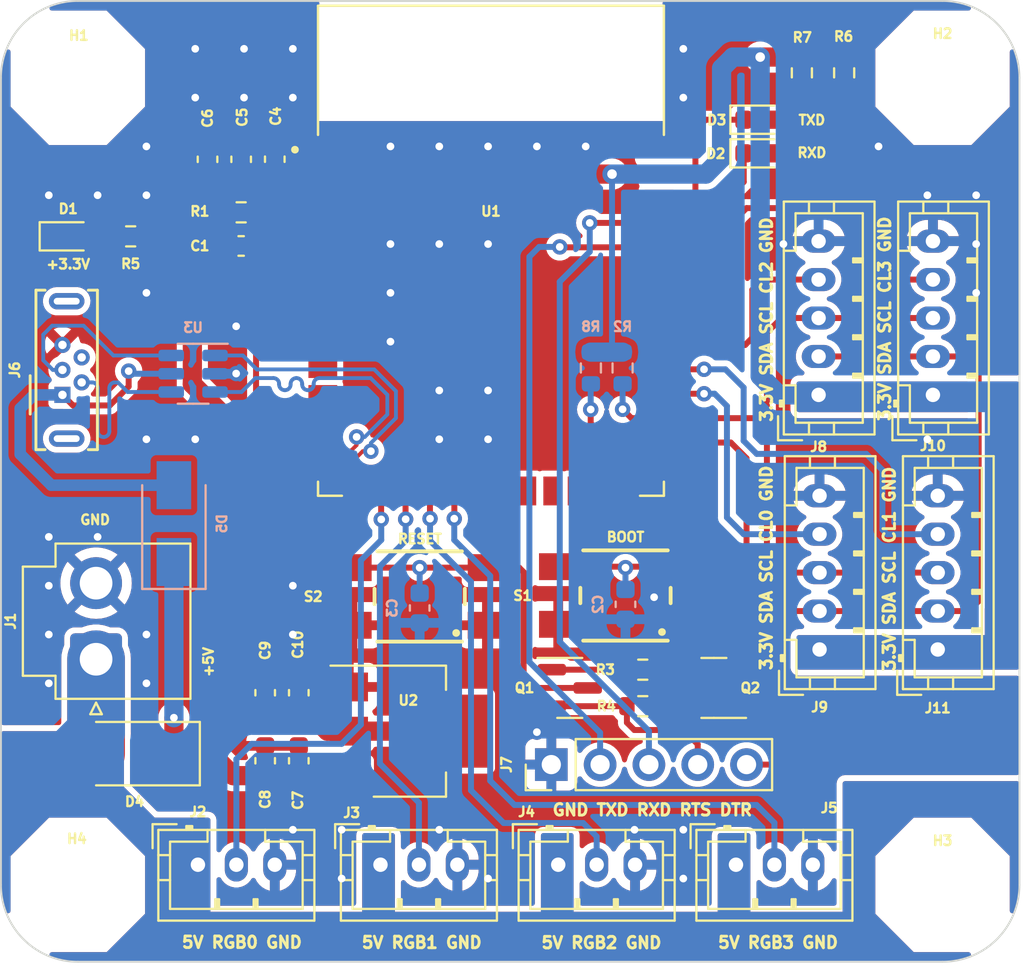
<source format=kicad_pcb>
(kicad_pcb (version 20221018) (generator pcbnew)
  (layers (0 "F.Cu" mixed) (31 "B.Cu" mixed) (34 "B.Paste" user) (35 "F.Paste" user) (36 "B.SilkS" user "B.Silkscreen") (37 "F.SilkS" user "F.Silkscreen") (38 "B.Mask" user) (39 "F.Mask" user) (44 "Edge.Cuts" user))
  (net 0 "")
  (net 1 "EN")
  (net 2 "GND")
  (net 3 "IO0")
  (net 4 "+3.3V")
  (net 5 "VBUS")
  (net 6 "Net-(D1-Pad2)")
  (net 7 "RXD")
  (net 8 "Net-(D2-Pad2)")
  (net 9 "TXD")
  (net 10 "Net-(D3-Pad2)")
  (net 11 "VCC")
  (net 12 "RGB0")
  (net 13 "D+")
  (net 14 "D-")
  (net 15 "RTS")
  (net 16 "DTR")
  (net 17 "SDA")
  (net 18 "SCL")
  (net 19 "CL0")
  (net 20 "CL1")
  (net 21 "CL2")
  (net 22 "CL3")
  (net 23 "Net-(Q1-Pad1)")
  (net 24 "Net-(Q2-Pad1)")
  (net 44 "RGB1")
  (net 45 "RGB2")
  (net 46 "RGB3")
  (net 49 "USB_D-")
  (net 50 "USB_D+")
  (net 51 "/Connector/VBUS_USB")
  (footprint "Capacitor_SMD:C_0603_1608Metric" (layer "F.Cu") (at 128.25 107.04 90)
    (fp_text reference "C8")
    (fp_text value "0.1uF")
  )
  (footprint "Connector_JST:JST_PH_B5B-PH-K_1x05_P2.00mm_Vertical" (layer "F.Cu") (at 163.25 101.25 90)
    (fp_text reference "J11")
    (fp_text value "Conn_01x05")
  )
  (footprint "Resistor_SMD:R_0603_1608Metric" (layer "F.Cu") (at 121.25 79.75 180)
    (fp_text reference "R5")
    (fp_text value "1K")
  )
  (footprint "Connector_JST:JST_PH_B5B-PH-K_1x05_P2.00mm_Vertical" (layer "F.Cu") (at 163 88 90)
    (fp_text reference "J10")
    (fp_text value "Conn_01x05")
  )
  (footprint "MountingHole:MountingHole_3.2mm_M3" (layer "F.Cu") (at 118.5 71.5)
    (fp_text reference "H1")
    (fp_text value "MountingHole")
  )
  (footprint "Capacitor_SMD:C_0603_1608Metric" (layer "F.Cu") (at 130 103.5 90)
    (fp_text reference "C10")
    (fp_text value "0.1uF")
  )
  (footprint "Package_TO_SOT_SMD:SOT-23" (layer "F.Cu") (at 144.1 103.25)
    (fp_text reference "Q1")
    (fp_text value "SI2302")
  )
  (footprint "Connector_JST:JST_PH_B3B-PH-K_1x03_P2.00mm_Vertical" (layer "F.Cu") (at 143.5 112.45)
    (fp_text reference "J4")
    (fp_text value "Conn_01x03")
  )
  (footprint "Connector_PinHeader_2.54mm:PinHeader_1x05_P2.54mm_Vertical" (layer "F.Cu") (at 143.14 107.24 90)
    (fp_text reference "J7")
    (fp_text value "Conn_01x05")
  )
  (footprint "Connector_JST:JST_PH_B5B-PH-K_1x05_P2.00mm_Vertical" (layer "F.Cu") (at 157.1 101.25 90)
    (fp_text reference "J9")
    (fp_text value "Conn_01x05")
  )
  (footprint "Diode_SMD:D_SMA" (layer "F.Cu") (at 121.45 106.67 180)
    (fp_text reference "D4")
    (fp_text value "SS34")
  )
  (footprint "Connector_JST:JST_PH_B3B-PH-K_1x03_P2.00mm_Vertical" (layer "F.Cu") (at 134.25 112.45)
    (fp_text reference "J3")
    (fp_text value "Conn_01x03")
  )
  (footprint "LED_SMD:LED_0603_1608Metric" (layer "F.Cu") (at 118 79.75)
    (fp_text reference "D1")
    (fp_text value "LED")
  )
  (footprint "Connector_JST:JST_PH_B3B-PH-K_1x03_P2.00mm_Vertical" (layer "F.Cu") (at 152.75 112.45)
    (fp_text reference "J5")
    (fp_text value "Conn_01x03")
  )
  (footprint "Capacitor_SMD:C_0603_1608Metric" (layer "F.Cu") (at 127 80.25 180)
    (fp_text reference "C1")
    (fp_text value "1uF")
  )
  (footprint "Resistor_SMD:R_0603_1608Metric" (layer "F.Cu") (at 147.9 102.3)
    (fp_text reference "R3")
    (fp_text value "10K")
  )
  (footprint "Connector_JST:JST_VH_B2P-VH-B_1x02_P3.96mm_Vertical" (layer "F.Cu") (at 119.45 101.7575 90)
    (fp_text reference "J1")
    (fp_text value "Conn_01x02")
  )
  (footprint "Connector_USB:USB_Micro-B_Wuerth_614105150721_Vertical" (layer "F.Cu") (at 117.7 88 90)
    (fp_text reference "J6")
    (fp_text value "USB_B_Micro")
  )
  (footprint "Resistor_SMD:R_0603_1608Metric" (layer "F.Cu") (at 158.38 71.24 -90)
    (fp_text reference "R6")
    (fp_text value "1K")
  )
  (footprint "Capacitor_SMD:C_0603_1608Metric" (layer "F.Cu") (at 125.25 75.74 90)
    (fp_text reference "C6")
    (fp_text value "22uF")
  )
  (footprint "LED_SMD:LED_0603_1608Metric" (layer "F.Cu") (at 153.9425 73.68)
    (fp_text reference "D3")
    (fp_text value "LED")
  )
  (footprint "ESP32-S3:ESP32S3WROOM1N8R8" (layer "F.Cu") (at 140 80.5)
    (fp_text reference "U1")
    (fp_text value "ESP32-S3-WROOM-1-N8R8")
  )
  (footprint "MountingHole:MountingHole_3.2mm_M3" (layer "F.Cu") (at 163.5 71.5)
    (fp_text reference "H2")
    (fp_text value "MountingHole")
  )
  (footprint "Resistor_SMD:R_0603_1608Metric" (layer "F.Cu") (at 127 78.5)
    (fp_text reference "R1")
    (fp_text value "10K")
  )
  (footprint "Capacitor_SMD:C_0603_1608Metric" (layer "F.Cu") (at 130 107.04 90)
    (fp_text reference "C7")
    (fp_text value "10uF")
  )
  (footprint "Resistor_SMD:R_0603_1608Metric" (layer "F.Cu") (at 156.18 71.24 -90)
    (fp_text reference "R7")
    (fp_text value "1K")
  )
  (footprint "Capacitor_SMD:C_0603_1608Metric" (layer "F.Cu") (at 128.75 75.735 90)
    (fp_text reference "C4")
    (fp_text value "0.1uF")
  )
  (footprint "Resistor_SMD:R_0603_1608Metric" (layer "F.Cu") (at 147.9 104.2 180)
    (fp_text reference "R4")
    (fp_text value "10K")
  )
  (footprint "Custom_Buttons:430181038816" (layer "F.Cu") (at 136.29 98.49 180)
    (property "VALUE" "")
    (fp_text reference "S2")
    (fp_text value "4x4mm_Switch")
  )
  (footprint "LED_SMD:LED_0603_1608Metric" (layer "F.Cu") (at 153.9425 75.43)
    (fp_text reference "D2")
    (fp_text value "LED")
  )
  (footprint "MountingHole:MountingHole_3.2mm_M3" (layer "F.Cu") (at 118.5 113.5)
    (fp_text reference "H4")
    (fp_text value "MountingHole")
  )
  (footprint "Connector_JST:JST_PH_B3B-PH-K_1x03_P2.00mm_Vertical" (layer "F.Cu") (at 124.75 112.45)
    (fp_text reference "J2")
    (fp_text value "Conn_01x03")
  )
  (footprint "Custom_Buttons:430181038816" (layer "F.Cu") (at 147 98.44 180)
    (property "VALUE" "")
    (fp_text reference "S1")
    (fp_text value "4x4mm_Switch")
  )
  (footprint "Capacitor_SMD:C_0603_1608Metric" (layer "F.Cu") (at 127 75.74 90)
    (fp_text reference "C5")
    (fp_text value "0.1uF")
  )
  (footprint "Package_TO_SOT_SMD:SOT-23" (layer "F.Cu") (at 151.6 103.25 180)
    (fp_text reference "Q2")
    (fp_text value "SI2302")
  )
  (footprint "Capacitor_SMD:C_0603_1608Metric" (layer "F.Cu") (at 128.25 103.5 90)
    (fp_text reference "C9")
    (fp_text value "10uF")
  )
  (footprint "MountingHole:MountingHole_3.2mm_M3" (layer "F.Cu") (at 163.5 113.5)
    (fp_text reference "H3")
    (fp_text value "MountingHole")
  )
  (footprint "Connector_JST:JST_PH_B5B-PH-K_1x05_P2.00mm_Vertical" (layer "F.Cu") (at 157.05 88 90)
    (fp_text reference "J8")
    (fp_text value "Conn_01x05")
  )
  (footprint "Package_TO_SOT_SMD:SOT-223-3_TabPin2" (layer "F.Cu") (at 135.75 105.5)
    (fp_text reference "U2")
    (fp_text value "AMS1117-3.3")
  )
  (footprint "Resistor_SMD:R_0603_1608Metric" (layer "B.Cu") (at 146.85 86.6 -90)
    (fp_text reference "R2")
    (fp_text value "10K")
  )
  (footprint "Package_TO_SOT_SMD:SOT-23-6" (layer "B.Cu") (at 124.5 86.9 180)
    (fp_text reference "U3")
    (fp_text value "USBLC6-2SC6")
  )
  (footprint "Capacitor_SMD:C_0603_1608Metric" (layer "B.Cu") (at 147 98.9 -90)
    (fp_text reference "C2")
    (fp_text value "0.1uF")
  )
  (footprint "Resistor_SMD:R_0603_1608Metric" (layer "B.Cu") (at 145.2 86.6 -90)
    (fp_text reference "R8")
    (fp_text value "10K")
  )
  (footprint "Capacitor_SMD:C_0603_1608Metric" (layer "B.Cu") (at 136.29 99.09 -90)
    (fp_text reference "C3")
    (fp_text value "0.1uF")
  )
  (footprint "Diode_SMD:D_SMA" (layer "B.Cu") (at 123.5 94.7 90)
    (fp_text reference "D5")
    (fp_text value "SS34")
  )
  (gr_arc (start 118.5 117.5) (mid 115.671573 116.328427) (end 114.5 113.5) (stroke (width 0.1)) (layer "Edge.Cuts"))
  (gr_arc (start 114.5 71.5) (mid 115.671573 68.671573) (end 118.5 67.5) (stroke (width 0.1)) (layer "Edge.Cuts"))
  (gr_line (start 114.5 113.5) (end 114.5 71.5) (stroke (width 0.1)) (layer "Edge.Cuts"))
  (gr_line (start 118.5 67.5) (end 163.5 67.5) (stroke (width 0.1)) (layer "Edge.Cuts"))
  (gr_arc (start 167.5 113.5) (mid 166.328427 116.328427) (end 163.5 117.5) (stroke (width 0.1)) (layer "Edge.Cuts"))
  (gr_line (start 167.5 71.5) (end 167.5 113.5) (stroke (width 0.1)) (layer "Edge.Cuts"))
  (gr_arc (start 163.5 67.5) (mid 166.328427 68.671573) (end 167.5 71.5) (stroke (width 0.1)) (layer "Edge.Cuts"))
  (gr_line (start 163.5 117.5) (end 118.5 117.5) (stroke (width 0.1)) (layer "Edge.Cuts"))
  (gr_text "GND TXD RXD RTS DTR" (at 148.4 109.6) (layer "F.SilkS") (effects (font (size 0.6 0.6))))
  (gr_text "GND" (at 119.4 94.5) (layer "F.SilkS") (effects (font (size 0.5 0.5) (thickness 0.125))))
  (gr_text "+5V" (at 125.3 101.9 90) (layer "F.SilkS") (effects (font (size 0.5 0.5) (thickness 0.125))))
  (gr_text "5V RGB2 GND" (at 145.75 116.51) (layer "F.SilkS") (effects (font (size 0.6 0.6))))
  (gr_text "5V RGB1 GND" (at 136.4 116.5) (layer "F.SilkS") (effects (font (size 0.6 0.6))))
  (gr_text "3.3V SDA SCL CL1 GND" (at 160.73 97.06 90) (layer "F.SilkS") (effects (font (size 0.6 0.6))))
  (gr_text "TXD" (at 156.7 73.7) (layer "F.SilkS") (effects (font (size 0.5 0.5) (thickness 0.125))))
  (gr_text "BOOT" (at 147 95.4) (layer "F.SilkS") (effects (font (size 0.5 0.5) (thickness 0.125))))
  (gr_text "3.3V SDA SCL CL2 GND" (at 154.34 84.08 90) (layer "F.SilkS") (effects (font (size 0.6 0.6))))
  (gr_text "3.3V SDA SCL CL0 GND" (at 154.33 97 90) (layer "F.SilkS") (effects (font (size 0.6 0.6))))
  (gr_text "+3.3V" (at 118 81.2) (layer "F.SilkS") (effects (font (size 0.5 0.5) (thickness 0.125))))
  (gr_text "5V RGB0 GND" (at 127.04 116.49) (layer "F.SilkS") (effects (font (size 0.6 0.6))))
  (gr_text "RESET" (at 136.3 95.5) (layer "F.SilkS") (effects (font (size 0.5 0.5) (thickness 0.125))))
  (gr_text "5V RGB3 GND" (at 154.94 116.5) (layer "F.SilkS") (effects (font (size 0.6 0.6))))
  (gr_text "RXD" (at 156.7 75.4) (layer "F.SilkS") (effects (font (size 0.5 0.5) (thickness 0.125))))
  (gr_text "3.3V SDA SCL CL3 GND" (at 160.49 84.04 90) (layer "F.SilkS") (effects (font (size 0.6 0.6))))
  (segment (start 141.7 97.22) (end 141.47 96.99) (width 0.31) (layer "F.Cu") (net 1))
  (segment (start 127.775 78.55) (end 127.825 78.5) (width 0.31) (layer "F.Cu") (net 1))
  (segment (start 141.47 96.99) (end 139.79 96.99) (width 0.31) (layer "F.Cu") (net 1))
  (segment (start 142.15 103.25) (end 141.7 102.8) (width 0.31) (layer "F.Cu") (net 1))
  (segment (start 132.79 96.99) (end 139.79 96.99) (width 0.31) (layer "F.Cu") (net 1))
  (segment (start 141.7 102.8) (end 141.7 97.22) (width 0.31) (layer "F.Cu") (net 1))
  (segment (start 127.775 80.25) (end 127.775 78.55) (width 0.31) (layer "F.Cu") (net 1))
  (segment (start 128.79 96.99) (end 132.79 96.99) (width 0.31) (layer "F.Cu") (net 1))
  (segment (start 129.5 77.78) (end 131.25 77.78) (width 0.31) (layer "F.Cu") (net 1))
  (segment (start 145.0375 103.25) (end 142.15 103.25) (width 0.31) (layer "F.Cu") (net 1))
  (segment (start 128.78 78.5) (end 129.5 77.78) (width 0.31) (layer "F.Cu") (net 1))
  (segment (start 127.775 95.975) (end 128.79 96.99) (width 0.31) (layer "F.Cu") (net 1))
  (segment (start 127.775 80.25) (end 127.775 95.975) (width 0.31) (layer "F.Cu") (net 1))
  (segment (start 127.825 78.5) (end 128.78 78.5) (width 0.31) (layer "F.Cu") (net 1))
  (via (at 136.29 96.99) (size 0.8) (drill 0.4) (layers "F.Cu" "B.Cu") (net 1))
  (segment (start 136.29 96.99) (end 136.29 98.315) (width 0.31) (layer "B.Cu") (net 1))
  (segment (start 126.74 84.43) (end 126.74 86.89) (width 0.31) (layer "F.Cu") (net 2))
  (via (at 124.61 72.53) (size 0.8) (drill 0.4) (layers "F.Cu" "B.Cu") (net 2))
  (via (at 139.85 80.15) (size 0.8) (drill 0.4) (layers "F.Cu" "B.Cu") (net 2))
  (via (at 116.99 97.93) (size 0.8) (drill 0.4) (layers "F.Cu" "B.Cu") (net 2))
  (via (at 122.07 77.61) (size 0.8) (drill 0.4) (layers "F.Cu" "B.Cu") (net 2))
  (via (at 126.74 86.89) (size 0.8) (drill 0.4) (layers "F.Cu" "B.Cu") (net 2))
  (via (at 147.47 110.63) (size 0.8) (drill 0.4) (layers "F.Cu" "B.Cu") (net 2))
  (via (at 139.85 90.31) (size 0.8) (drill 0.4) (layers "F.Cu" "B.Cu") (net 2))
  (via (at 144.93 75.07) (size 0.8) (drill 0.4) (layers "F.Cu" "B.Cu") (net 2))
  (via (at 116.99 77.61) (size 0.8) (drill 0.4) (layers "F.Cu" "B.Cu") (net 2))
  (via (at 150.01 69.99) (size 0.8) (drill 0.4) (layers "F.Cu" "B.Cu") (net 2))
  (via (at 165.25 82.69) (size 0.8) (drill 0.4) (layers "F.Cu" "B.Cu") (net 2))
  (via (at 162.71 90.31) (size 0.8) (drill 0.4) (layers "F.Cu" "B.Cu") (net 2))
  (via (at 126.74 84.43) (size 0.8) (drill 0.4) (layers "F.Cu" "B.Cu") (net 2))
  (via (at 122.07 75.07) (size 0.8) (drill 0.4) (layers "F.Cu" "B.Cu") (net 2))
  (via (at 116.99 100.47) (size 0.8) (drill 0.4) (layers "F.Cu" "B.Cu") (net 2))
  (via (at 165.25 77.61) (size 0.8) (drill 0.4) (layers "F.Cu" "B.Cu") (net 2))
  (via (at 116.99 95.39) (size 0.8) (drill 0.4) (layers "F.Cu" "B.Cu") (net 2))
  (via (at 127.15 72.53) (size 0.8) (drill 0.4) (layers "F.Cu" "B.Cu") (net 2))
  (via (at 137.31 90.31) (size 0.8) (drill 0.4) (layers "F.Cu" "B.Cu") (net 2))
  (via (at 148.49 98.53) (size 0.8) (drill 0.4) (layers "F.Cu" "B.Cu") (net 2))
  (via (at 116.99 103.01) (size 0.8) (drill 0.4) (layers "F.Cu" "B.Cu") (net 2))
  (via (at 132.23 110.63) (size 0.8) (drill 0.4) (layers "F.Cu" "B.Cu") (net 2))
  (via (at 122.07 90.31) (size 0.8) (drill 0.4) (layers "F.Cu" "B.Cu") (net 2))
  (via (at 119.53 77.61) (size 0.8) (drill 0.4) (layers "F.Cu" "B.Cu") (net 2))
  (via (at 137.31 80.15) (size 0.8) (drill 0.4) (layers "F.Cu" "B.Cu") (net 2))
  (via (at 132.23 113.17) (size 0.8) (drill 0.4) (layers "F.Cu" "B.Cu") (net 2))
  (via (at 139.85 113.17) (size 0.8) (drill 0.4) (layers "F.Cu" "B.Cu") (net 2))
  (via (at 129.69 110.63) (size 0.8) (drill 0.4) (layers "F.Cu" "B.Cu") (net 2))
  (via (at 119.53 95.39) (size 0.8) (drill 0.4) (layers "F.Cu" "B.Cu") (net 2))
  (via (at 137.31 75.07) (size 0.8) (drill 0.4) (layers "F.Cu" "B.Cu") (net 2))
  (via (at 124.61 90.31) (size 0.8) (drill 0.4) (layers "F.Cu" "B.Cu") (net 2))
  (via (at 134.77 85.23) (size 0.8) (drill 0.4) (layers "F.Cu" "B.Cu") (net 2))
  (via (at 139.85 75.07) (size 0.8) (drill 0.4) (layers "F.Cu" "B.Cu") (net 2))
  (via (at 129.69 69.99) (size 0.8) (drill 0.4) (layers "F.Cu" "B.Cu") (net 2))
  (via (at 162.71 77.61) (size 0.8) (drill 0.4) (layers "F.Cu" "B.Cu") (net 2))
  (via (at 124.61 69.99) (size 0.8) (drill 0.4) (layers "F.Cu" "B.Cu") (net 2))
  (via (at 150.01 110.63) (size 0.8) (drill 0.4) (layers "F.Cu" "B.Cu") (net 2))
  (via (at 160.17 75.07) (size 0.8) (drill 0.4) (layers "F.Cu" "B.Cu") (net 2))
  (via (at 142.39 75.07) (size 0.8) (drill 0.4) (layers "F.Cu" "B.Cu") (net 2))
  (via (at 155.2195 80.15) (size 0.8) (drill 0.4) (layers "F.Cu" "B.Cu") (net 2))
  (via (at 150.01 72.53) (size 0.8) (drill 0.4) (layers "F.Cu" "B.Cu") (net 2))
  (via (at 122.07 100.47) (size 0.8) (drill 0.4) (layers "F.Cu" "B.Cu") (net 2))
  (via (at 165.25 80.15) (size 0.8) (drill 0.4) (layers "F.Cu" "B.Cu") (net 2))
  (via (at 134.77 82.69) (size 0.8) (drill 0.4) (layers "F.Cu" "B.Cu") (net 2))
  (via (at 137.31 87.77) (size 0.8) (drill 0.4) (layers "F.Cu" "B.Cu") (net 2))
  (via (at 142.39 105.55) (size 0.8) (drill 0.4) (layers "F.Cu" "B.Cu") (net 2))
  (via (at 127.15 69.99) (size 0.8) (drill 0.4) (layers "F.Cu" "B.Cu") (net 2))
  (via (at 134.77 75.07) (size 0.8) (drill 0.4) (layers "F.Cu" "B.Cu") (net 2))
  (via (at 129.69 72.53) (size 0.8) (drill 0.4) (layers "F.Cu" "B.Cu") (net 2))
  (via (at 129.69 97.93) (size 0.8) (drill 0.4) (layers "F.Cu" "B.Cu") (net 2))
  (via (at 137.31 110.63) (size 0.8) (drill 0.4) (layers "F.Cu" "B.Cu") (net 2))
  (via (at 150.01 113.17) (size 0.8) (drill 0.4) (layers "F.Cu" "B.Cu") (net 2))
  (via (at 122.07 103.01) (size 0.8) (drill 0.4) (layers "F.Cu" "B.Cu") (net 2))
  (via (at 134.77 80.15) (size 0.8) (drill 0.4) (layers "F.Cu" "B.Cu") (net 2))
  (via (at 139.85 87.77) (size 0.8) (drill 0.4) (layers "F.Cu" "B.Cu") (net 2))
  (via (at 129.69 100.47) (size 0.8) (drill 0.4) (layers "F.Cu" "B.Cu") (net 2))
  (via (at 122.07 82.69) (size 0.8) (drill 0.4) (layers "F.Cu" "B.Cu") (net 2))
  (segment (start 126.73 86.9) (end 126.74 86.89) (width 0.31) (layer "B.Cu") (net 2))
  (segment (start 125.6375 86.9) (end 126.73 86.9) (width 0.31) (layer "B.Cu") (net 2))
  (segment (start 150.5 94.89) (end 150.5 96.94) (width 0.31) (layer "F.Cu") (net 3))
  (segment (start 148.75 93.14) (end 150.5 94.89) (width 0.31) (layer "F.Cu") (net 3))
  (segment (start 152.4 97.3) (end 152.4 102.1625) (width 0.31) (layer "F.Cu") (net 3))
  (segment (start 148.75 91.75) (end 148.75 93.14) (width 0.31) (layer "F.Cu") (net 3))
  (segment (start 150.5 96.94) (end 152.04 96.94) (width 0.31) (layer "F.Cu") (net 3))
  (segment (start 143.5 96.94) (end 150.5 96.94) (width 0.31) (layer "F.Cu") (net 3))
  (segment (start 152.04 96.94) (end 152.4 97.3) (width 0.31) (layer "F.Cu") (net 3))
  (via (at 147 96.99) (size 0.8) (drill 0.4) (layers "F.Cu" "B.Cu") (net 3))
  (segment (start 147 96.99) (end 147 98.125) (width 0.31) (layer "B.Cu") (net 3))
  (segment (start 127.005 76.51) (end 127 76.515) (width 1) (layer "F.Cu") (net 4))
  (segment (start 128.75 76.51) (end 127.005 76.51) (width 1) (layer "F.Cu") (net 4))
  (segment (start 130.265 104.275) (end 131.49 105.5) (width 1) (layer "F.Cu") (net 4))
  (segment (start 124.17 79.75) (end 124.46 80.04) (width 1) (layer "F.Cu") (net 4))
  (segment (start 131.25 76.51) (end 128.75 76.51) (width 1) (layer "F.Cu") (net 4))
  (segment (start 124.46 79.14) (end 124.46 80.04) (width 1) (layer "F.Cu") (net 4))
  (segment (start 128.245 104.27) (end 128.25 104.275) (width 1) (layer "F.Cu") (net 4))
  (segment (start 126.175 76.725) (end 126.385 76.515) (width 1) (layer "F.Cu") (net 4))
  (segment (start 124.46 87.44) (end 126.14 89.12) (width 1) (layer "F.Cu") (net 4))
  (segment (start 126.175 78.5) (end 126.175 76.725) (width 1) (layer "F.Cu") (net 4))
  (segment (start 130 104.275) (end 130.265 104.275) (width 1) (layer "F.Cu") (net 4))
  (segment (start 124.46 80.04) (end 124.46 87.44) (width 1) (layer "F.Cu") (net 4))
  (segment (start 126.175 78.5) (end 125.1 78.5) (width 1) (layer "F.Cu") (net 4))
  (segment (start 131.25 76.51) (end 146.3 76.51) (width 1) (layer "F.Cu") (net 4))
  (segment (start 126.14 103.49) (end 126.92 104.27) (width 1) (layer "F.Cu") (net 4))
  (segment (start 156.18 70.415) (end 158.38 70.415) (width 1) (layer "F.Cu") (net 4))
  (segment (start 132.6 105.5) (end 138.9 105.5) (width 1) (layer "F.Cu") (net 4))
  (segment (start 126.92 104.27) (end 128.245 104.27) (width 1) (layer "F.Cu") (net 4))
  (segment (start 126.385 76.515) (end 125.25 76.515) (width 1) (layer "F.Cu") (net 4))
  (segment (start 131.49 105.5) (end 132.6 105.5) (width 1) (layer "F.Cu") (net 4))
  (segment (start 130 104.275) (end 128.25 104.275) (width 1) (layer "F.Cu") (net 4))
  (segment (start 126.14 89.12) (end 126.14 103.49) (width 1) (layer "F.Cu") (net 4))
  (segment (start 122.075 79.75) (end 124.17 79.75) (width 1) (layer "F.Cu") (net 4))
  (segment (start 154.01 70.42) (end 156.175 70.42) (width 1) (layer "F.Cu") (net 4))
  (segment (start 125.1 78.5) (end 124.46 79.14) (width 1) (layer "F.Cu") (net 4))
  (segment (start 156.175 70.42) (end 156.18 70.415) (width 1) (layer "F.Cu") (net 4))
  (segment (start 127 76.515) (end 126.385 76.515) (width 1) (layer "F.Cu") (net 4))
  (via (at 154.01 70.42) (size 1) (drill 0.5) (layers "F.Cu" "B.Cu") (net 4))
  (via (at 146.3 76.51) (size 1) (drill 0.5) (layers "F.Cu" "B.Cu") (net 4))
  (segment (start 146.3 76.51) (end 151.18 76.51) (width 1) (layer "B.Cu") (net 4))
  (segment (start 154.99 88) (end 154.01 87.02) (width 1) (layer "B.Cu") (net 4))
  (segment (start 146.065 85.775) (end 146.3 85.54) (width 0.31) (layer "B.Cu") (net 4))
  (segment (start 157.05 88) (end 154.99 88) (width 1) (layer "B.Cu") (net 4))
  (segment (start 152 75.69) (end 152 71.01) (width 1) (layer "B.Cu") (net 4))
  (segment (start 154.01 87.02) (end 154.01 70.42) (width 1) (layer "B.Cu") (net 4))
  (segment (start 151.18 76.51) (end 152 75.69) (width 1) (layer "B.Cu") (net 4))
  (segment (start 146.3 85.54) (end 146.3 76.51) (width 0.31) (layer "B.Cu") (net 4))
  (segment (start 152 71.01) (end 152.59 70.42) (width 1) (layer "B.Cu") (net 4))
  (segment (start 146.065 85.775) (end 145.2 85.775) (width 1) (layer "B.Cu") (net 4))
  (segment (start 146.85 85.775) (end 146.065 85.775) (width 1) (layer "B.Cu") (net 4))
  (segment (start 152.59 70.42) (end 154.01 70.42) (width 1) (layer "B.Cu") (net 4))
  (segment (start 126.585 107.815) (end 128.25 107.815) (width 1) (layer "F.Cu") (net 5))
  (segment (start 123.45 106.67) (end 125.44 106.67) (width 1) (layer "F.Cu") (net 5))
  (segment (start 130 107.815) (end 132.585 107.815) (width 1) (layer "F.Cu") (net 5))
  (segment (start 132.585 107.815) (end 132.6 107.8) (width 1) (layer "F.Cu") (net 5))
  (segment (start 128.25 107.815) (end 130 107.815) (width 1) (layer "F.Cu") (net 5))
  (segment (start 123.5 104.8) (end 123.5 106.62) (width 1) (layer "F.Cu") (net 5))
  (segment (start 123.5 106.62) (end 123.45 106.67) (width 1) (layer "F.Cu") (net 5))
  (segment (start 125.44 106.67) (end 126.585 107.815) (width 1) (layer "F.Cu") (net 5))
  (via (at 123.5 104.8) (size 0.8) (drill 0.4) (layers "F.Cu" "B.Cu") (net 5))
  (segment (start 123.5 96.7) (end 123.5 104.8) (width 1) (layer "B.Cu") (net 5))
  (segment (start 118.7875 79.75) (end 120.425 79.75) (width 0.31) (layer "F.Cu") (net 6))
  (segment (start 150.06 79.05) (end 150.64 78.47) (width 0.31) (layer "F.Cu") (net 7))
  (segment (start 151.17 73.68) (end 153.155 73.68) (width 0.31) (layer "F.Cu") (net 7))
  (segment (start 148.75 79.05) (end 150.06 79.05) (width 0.31) (layer "F.Cu") (net 7))
  (segment (start 150.64 78.47) (end 150.64 74.21) (width 0.31) (layer "F.Cu") (net 7))
  (segment (start 148.75 79.05) (end 145.14 79.05) (width 0.31) (layer "F.Cu") (net 7))
  (segment (start 150.64 74.21) (end 151.17 73.68) (width 0.31) (layer "F.Cu") (net 7))
  (via (at 145.14 79.05) (size 0.8) (drill 0.4) (layers "F.Cu" "B.Cu") (net 7))
  (segment (start 143.58 82.11) (end 143.58 100.85) (width 0.31) (layer "B.Cu") (net 7))
  (segment (start 145.14 79.05) (end 145.14 80.55) (width 0.31) (layer "B.Cu") (net 7))
  (segment (start 148.22 105.49) (end 148.22 107.24) (width 0.31) (layer "B.Cu") (net 7))
  (segment (start 143.58 100.85) (end 148.22 105.49) (width 0.31) (layer "B.Cu") (net 7))
  (segment (start 145.14 80.55) (end 143.58 82.11) (width 0.31) (layer "B.Cu") (net 7))
  (segment (start 154.73 75.43) (end 157.37 75.43) (width 0.31) (layer "F.Cu") (net 8))
  (segment (start 157.37 75.43) (end 158.38 74.42) (width 0.31) (layer "F.Cu") (net 8))
  (segment (start 158.38 74.42) (end 158.38 72.065) (width 0.31) (layer "F.Cu") (net 8))
  (segment (start 148.75 80.32) (end 151.2 80.32) (width 0.31) (layer "F.Cu") (net 9))
  (segment (start 151.54 79.98) (end 151.54 78.53) (width 0.31) (layer "F.Cu") (net 9))
  (segment (start 143.58 80.3) (end 143.6 80.32) (width 0.31) (layer "F.Cu") (net 9))
  (segment (start 151.54 78.53) (end 153.155 76.915) (width 0.31) (layer "F.Cu") (net 9))
  (segment (start 151.2 80.32) (end 151.54 79.98) (width 0.31) (layer "F.Cu") (net 9))
  (segment (start 153.155 76.915) (end 153.155 75.43) (width 0.31) (layer "F.Cu") (net 9))
  (segment (start 143.6 80.32) (end 148.75 80.32) (width 0.31) (layer "F.Cu") (net 9))
  (via (at 143.58 80.3) (size 0.8) (drill 0.4) (layers "F.Cu" "B.Cu") (net 9))
  (segment (start 142.51 80.3) (end 142 80.81) (width 0.31) (layer "B.Cu") (net 9))
  (segment (start 145.68 105.58) (end 145.68 107.24) (width 0.31) (layer "B.Cu") (net 9))
  (segment (start 142 80.81) (end 142 101.9) (width 0.31) (layer "B.Cu") (net 9))
  (segment (start 143.58 80.3) (end 142.51 80.3) (width 0.31) (layer "B.Cu") (net 9))
  (segment (start 142 101.9) (end 145.68 105.58) (width 0.31) (layer "B.Cu") (net 9))
  (segment (start 155.81 73.68) (end 156.18 73.31) (width 0.31) (layer "F.Cu") (net 10))
  (segment (start 156.18 73.31) (end 156.18 72.065) (width 0.31) (layer "F.Cu") (net 10))
  (segment (start 154.73 73.68) (end 155.81 73.68) (width 0.31) (layer "F.Cu") (net 10))
  (segment (start 119.45 101.7575) (end 119.45 106.67) (width 3) (layer "F.Cu") (net 11))
  (segment (start 119.45 105.55) (end 117 108) (width 3) (layer "B.Cu") (net 11))
  (segment (start 119.45 101.7575) (end 119.45 105.55) (width 3) (layer "B.Cu") (net 11))
  (segment (start 134.285 93) (end 134.285 94.475) (width 0.31) (layer "F.Cu") (net 12))
  (segment (start 134.285 94.475) (end 134.29 94.48) (width 0.31) (layer "F.Cu") (net 12))
  (via (at 134.29 94.48) (size 0.8) (drill 0.4) (layers "F.Cu" "B.Cu") (net 12))
  (segment (start 133.23 96.61) (end 133.23 105.16) (width 0.31) (layer "B.Cu") (net 12))
  (segment (start 134.29 94.48) (end 134.29 95.55) (width 0.31) (layer "B.Cu") (net 12))
  (segment (start 133.23 105.16) (end 132.23 106.16) (width 0.31) (layer "B.Cu") (net 12))
  (segment (start 127.55 106.16) (end 126.75 106.96) (width 0.31) (layer "B.Cu") (net 12))
  (segment (start 134.29 95.55) (end 133.23 96.61) (width 0.31) (layer "B.Cu") (net 12))
  (segment (start 132.23 106.16) (end 127.55 106.16) (width 0.31) (layer "B.Cu") (net 12))
  (segment (start 126.75 106.96) (end 126.75 112.45) (width 0.31) (layer "B.Cu") (net 12))
  (segment (start 117.2 86.7) (end 116.7 86.2) (width 0.2) (layer "B.Cu") (net 13))
  (segment (start 120.35 85.95) (end 123.3625 85.95) (width 0.2) (layer "B.Cu") (net 13))
  (segment (start 118.8 84.4) (end 120.35 85.95) (width 0.2) (layer "B.Cu") (net 13))
  (segment (start 117.7 86.7) (end 117.2 86.7) (width 0.2) (layer "B.Cu") (net 13))
  (segment (start 117.163101 84.4) (end 118.8 84.4) (width 0.2) (layer "B.Cu") (net 13))
  (segment (start 116.7 86.2) (end 116.7 84.863101) (width 0.2) (layer "B.Cu") (net 13))
  (segment (start 116.7 84.863101) (end 117.163101 84.4) (width 0.2) (layer "B.Cu") (net 13))
  (segment (start 119.54 87.65) (end 119.54 89.8929) (width 0.2) (layer "B.Cu") (net 14))
  (segment (start 118.7 87.35) (end 119.24 87.35) (width 0.2) (layer "B.Cu") (net 14))
  (segment (start 120.3809 87.352882) (end 120.592882 87.352882) (width 0.2) (layer "B.Cu") (net 14))
  (segment (start 120.592882 87.352882) (end 121.09 87.85) (width 0.2) (layer "B.Cu") (net 14))
  (segment (start 120.14 89.8929) (end 120.14 87.65) (width 0.2) (layer "B.Cu") (net 14))
  (segment (start 121.09 87.85) (end 123.3625 87.85) (width 0.2) (layer "B.Cu") (net 14))
  (arc (start 119.84 90.1929) (mid 120.052132 90.105032) (end 120.14 89.8929) (width 0.2) (layer "B.Cu") (net 14))
  (arc (start 120.14 87.65) (mid 120.208097 87.459682) (end 120.3809 87.352882) (width 0.2) (layer "B.Cu") (net 14))
  (arc (start 119.24 87.35) (mid 119.452132 87.437868) (end 119.54 87.65) (width 0.2) (layer "B.Cu") (net 14))
  (arc (start 119.54 89.8929) (mid 119.627868 90.105032) (end 119.84 90.1929) (width 0.2) (layer "B.Cu") (net 14))
  (segment (start 150.02 105.44) (end 150.76 106.18) (width 0.31) (layer "F.Cu") (net 15))
  (segment (start 147.075 105.055) (end 147.46 105.44) (width 0.31) (layer "F.Cu") (net 15))
  (segment (start 147.075 104.2) (end 147.075 105.055) (width 0.31) (layer "F.Cu") (net 15))
  (segment (start 147.46 105.44) (end 150.02 105.44) (width 0.31) (layer "F.Cu") (net 15))
  (segment (start 143.1625 104.2) (end 147.075 104.2) (width 0.31) (layer "F.Cu") (net 15))
  (segment (start 150.76 106.18) (end 150.76 107.24) (width 0.31) (layer "F.Cu") (net 15))
  (segment (start 155 104) (end 155 106.9) (width 0.31) (layer "F.Cu") (net 16))
  (segment (start 154.66 107.24) (end 153.3 107.24) (width 0.31) (layer "F.Cu") (net 16))
  (segment (start 150.2 102.3) (end 150.6625 102.7625) (width 0.31) (layer "F.Cu") (net 16))
  (segment (start 150.6625 103.25) (end 154.25 103.25) (width 0.31) (layer "F.Cu") (net 16))
  (segment (start 148.725 102.3) (end 150.2 102.3) (width 0.31) (layer "F.Cu") (net 16))
  (segment (start 154.25 103.25) (end 155 104) (width 0.31) (layer "F.Cu") (net 16))
  (segment (start 150.6625 102.7625) (end 150.6625 103.25) (width 0.31) (layer "F.Cu") (net 16))
  (segment (start 155 106.9) (end 154.66 107.24) (width 0.31) (layer "F.Cu") (net 16))
  (segment (start 164.8 86) (end 165.38 86.58) (width 0.31) (layer "F.Cu") (net 17))
  (segment (start 153.3 91.3) (end 152.48 90.48) (width 0.31) (layer "F.Cu") (net 17))
  (segment (start 165.38 98.73) (end 164.86 99.25) (width 0.31) (layer "F.Cu") (net 17))
  (segment (start 152.48 90.48) (end 148.75 90.48) (width 0.31) (layer "F.Cu") (net 17))
  (segment (start 154.35 99.25) (end 153.3 98.2) (width 0.31) (layer "F.Cu") (net 17))
  (segment (start 148.75 90.48) (end 146.18 90.48) (width 0.31) (layer "F.Cu") (net 17))
  (segment (start 164.86 99.25) (end 163.25 99.25) (width 0.31) (layer "F.Cu") (net 17))
  (segment (start 163 86) (end 164.8 86) (width 0.31) (layer "F.Cu") (net 17))
  (segment (start 163 86) (end 157.05 86) (width 0.31) (layer "F.Cu") (net 17))
  (segment (start 146.18 90.48) (end 145.27 89.57) (width 0.31) (layer "F.Cu") (net 17))
  (segment (start 145.19 89.49) (end 145.19 88.76) (width 0.31) (layer "F.Cu") (net 17))
  (segment (start 145.27 89.57) (end 145.19 89.49) (width 0.31) (layer "F.Cu") (net 17))
  (segment (start 157.1 99.25) (end 154.35 99.25) (width 0.31) (layer "F.Cu") (net 17))
  (segment (start 157.1 99.25) (end 163.25 99.25) (width 0.31) (layer "F.Cu") (net 17))
  (segment (start 153.3 98.2) (end 153.3 91.3) (width 0.31) (layer "F.Cu") (net 17))
  (segment (start 165.38 86.58) (end 165.38 98.73) (width 0.31) (layer "F.Cu") (net 17))
  (via (at 145.19 88.76) (size 0.8) (drill 0.4) (layers "F.Cu" "B.Cu") (net 17))
  (segment (start 145.19 88.76) (end 145.19 87.435) (width 0.31) (layer "B.Cu") (net 17))
  (segment (start 145.19 87.435) (end 145.2 87.425) (width 0.31) (layer "B.Cu") (net 17))
  (segment (start 148.75 89.21) (end 154.36 89.21) (width 0.31) (layer "F.Cu") (net 18))
  (segment (start 163 84) (end 157.05 84) (width 0.31) (layer "F.Cu") (net 18))
  (segment (start 147.31 89.21) (end 148.75 89.21) (width 0.31) (layer "F.Cu") (net 18))
  (segment (start 154.85 97.25) (end 157.1 97.25) (width 0.31) (layer "F.Cu") (net 18))
  (segment (start 146.85 88.75) (end 147.31 89.21) (width 0.31) (layer "F.Cu") (net 18))
  (segment (start 155.12 84) (end 157.05 84) (width 0.31) (layer "F.Cu") (net 18))
  (segment (start 154.36 96.76) (end 154.85 97.25) (width 0.31) (layer "F.Cu") (net 18))
  (segment (start 154.36 90.36) (end 154.36 84.76) (width 0.31) (layer "F.Cu") (net 18))
  (segment (start 154.36 90.36) (end 154.36 96.76) (width 0.31) (layer "F.Cu") (net 18))
  (segment (start 157.1 97.25) (end 163.25 97.25) (width 0.31) (layer "F.Cu") (net 18))
  (segment (start 154.36 84.76) (end 155.12 84) (width 0.31) (layer "F.Cu") (net 18))
  (via (at 146.85 88.75) (size 0.8) (drill 0.4) (layers "F.Cu" "B.Cu") (net 18))
  (segment (start 146.85 87.425) (end 146.85 88.75) (width 0.31) (layer "B.Cu") (net 18))
  (segment (start 148.75 87.94) (end 151.09 87.94) (width 0.31) (layer "F.Cu") (net 19))
  (via (at 151.09 87.94) (size 0.8) (drill 0.4) (layers "F.Cu" "B.Cu") (net 19))
  (segment (start 152.28 94.38) (end 153.15 95.25) (width 0.31) (layer "B.Cu") (net 19))
  (segment (start 151.09 87.94) (end 151.64 87.94) (width 0.31) (layer "B.Cu") (net 19))
  (segment (start 152.28 88.58) (end 152.28 94.38) (width 0.31) (layer "B.Cu") (net 19))
  (segment (start 151.64 87.94) (end 152.28 88.58) (width 0.31) (layer "B.Cu") (net 19))
  (segment (start 153.15 95.25) (end 157.1 95.25) (width 0.31) (layer "B.Cu") (net 19))
  (segment (start 148.75 86.67) (end 151.09 86.67) (width 0.31) (layer "F.Cu") (net 20))
  (via (at 151.09 86.67) (size 0.8) (drill 0.4) (layers "F.Cu" "B.Cu") (net 20))
  (segment (start 153.83 91.07) (end 159.53 91.07) (width 0.31) (layer "B.Cu") (net 20))
  (segment (start 160.61 95.25) (end 163.25 95.25) (width 0.31) (layer "B.Cu") (net 20))
  (segment (start 153.15 90.39) (end 153.83 91.07) (width 0.31) (layer "B.Cu") (net 20))
  (segment (start 152.2 86.67) (end 153.15 87.62) (width 0.31) (layer "B.Cu") (net 20))
  (segment (start 159.53 91.07) (end 160.37 91.91) (width 0.31) (layer "B.Cu") (net 20))
  (segment (start 153.15 87.62) (end 153.15 90.39) (width 0.31) (layer "B.Cu") (net 20))
  (segment (start 160.37 91.91) (end 160.37 95.01) (width 0.31) (layer "B.Cu") (net 20))
  (segment (start 151.09 86.67) (end 152.2 86.67) (width 0.31) (layer "B.Cu") (net 20))
  (segment (start 160.37 95.01) (end 160.61 95.25) (width 0.31) (layer "B.Cu") (net 20))
  (segment (start 153.23 85.4) (end 153.6 85.03) (width 0.31) (layer "F.Cu") (net 21))
  (segment (start 148.75 85.4) (end 153.23 85.4) (width 0.31) (layer "F.Cu") (net 21))
  (segment (start 153.6 85.03) (end 153.6 82.53) (width 0.31) (layer "F.Cu") (net 21))
  (segment (start 154.13 82) (end 157.05 82) (width 0.31) (layer "F.Cu") (net 21))
  (segment (start 153.6 82.53) (end 154.13 82) (width 0.31) (layer "F.Cu") (net 21))
  (segment (start 159.18 78.28) (end 159.6 78.7) (width 0.31) (layer "F.Cu") (net 22))
  (segment (start 148.75 84.13) (end 152.16 84.13) (width 0.31) (layer "F.Cu") (net 22))
  (segment (start 152.16 84.13) (end 152.75 83.54) (width 0.31) (layer "F.Cu") (net 22))
  (segment (start 159.6 78.7) (end 159.6 81.65) (width 0.31) (layer "F.Cu") (net 22))
  (segment (start 152.75 83.54) (end 152.75 78.83) (width 0.31) (layer "F.Cu") (net 22))
  (segment (start 159.6 81.65) (end 159.95 82) (width 0.31) (layer "F.Cu") (net 22))
  (segment (start 159.95 82) (end 163 82) (width 0.31) (layer "F.Cu") (net 22))
  (segment (start 153.3 78.28) (end 159.18 78.28) (width 0.31) (layer "F.Cu") (net 22))
  (segment (start 152.75 78.83) (end 153.3 78.28) (width 0.31) (layer "F.Cu") (net 22))
  (segment (start 147.075 102.3) (end 143.1625 102.3) (width 0.31) (layer "F.Cu") (net 23))
  (segment (start 148.725 104.2) (end 152.5375 104.2) (width 0.31) (layer "F.Cu") (net 24))
  (segment (start 135.555 93) (end 135.555 94.465) (width 0.31) (layer "F.Cu") (net 44))
  (segment (start 135.555 94.465) (end 135.56 94.47) (width 0.31) (layer "F.Cu") (net 44))
  (via (at 135.56 94.47) (size 0.8) (drill 0.4) (layers "F.Cu" "B.Cu") (net 44))
  (segment (start 135.56 95.59) (end 134.22 96.93) (width 0.31) (layer "B.Cu") (net 44))
  (segment (start 136.25 109.22) (end 136.25 112.45) (width 0.31) (layer "B.Cu") (net 44))
  (segment (start 135.56 94.47) (end 135.56 95.59) (width 0.31) (layer "B.Cu") (net 44))
  (segment (start 134.22 96.93) (end 134.22 107.19) (width 0.31) (layer "B.Cu") (net 44))
  (segment (start 134.22 107.19) (end 136.25 109.22) (width 0.31) (layer "B.Cu") (net 44))
  (segment (start 136.825 93) (end 136.825 94.435) (width 0.31) (layer "F.Cu") (net 45))
  (segment (start 136.825 94.435) (end 136.83 94.44) (width 0.31) (layer "F.Cu") (net 45))
  (via (at 136.83 94.44) (size 0.8) (drill 0.4) (layers "F.Cu" "B.Cu") (net 45))
  (segment (start 138.96 97.72) (end 138.96 108.58) (width 0.31) (layer "B.Cu") (net 45))
  (segment (start 140.66 110.28) (end 144.8 110.28) (width 0.31) (layer "B.Cu") (net 45))
  (segment (start 136.83 95.59) (end 138.96 97.72) (width 0.31) (layer "B.Cu") (net 45))
  (segment (start 144.8 110.28) (end 145.5 110.98) (width 0.31) (layer "B.Cu") (net 45))
  (segment (start 138.96 108.58) (end 140.66 110.28) (width 0.31) (layer "B.Cu") (net 45))
  (segment (start 145.5 110.98) (end 145.5 112.45) (width 0.31) (layer "B.Cu") (net 45))
  (segment (start 136.83 94.44) (end 136.83 95.59) (width 0.31) (layer "B.Cu") (net 45))
  (segment (start 138.095 94.435) (end 138.09 94.44) (width 0.31) (layer "F.Cu") (net 46))
  (segment (start 138.095 93) (end 138.095 94.435) (width 0.31) (layer "F.Cu") (net 46))
  (via (at 138.09 94.44) (size 0.8) (drill 0.4) (layers "F.Cu" "B.Cu") (net 46))
  (segment (start 153.82 109.34) (end 154.75 110.27) (width 0.31) (layer "B.Cu") (net 46))
  (segment (start 138.09 94.44) (end 138.09 95.55) (width 0.31) (layer "B.Cu") (net 46))
  (segment (start 141.22 109.34) (end 153.82 109.34) (width 0.31) (layer "B.Cu") (net 46))
  (segment (start 154.75 110.27) (end 154.75 112.45) (width 0.31) (layer "B.Cu") (net 46))
  (segment (start 139.96 108.08) (end 141.22 109.34) (width 0.31) (layer "B.Cu") (net 46))
  (segment (start 138.09 95.55) (end 139.96 97.42) (width 0.31) (layer "B.Cu") (net 46))
  (segment (start 139.96 97.42) (end 139.96 108.08) (width 0.31) (layer "B.Cu") (net 46))
  (segment (start 131.55 90.48) (end 131.96 90.89) (width 0.2) (layer "F.Cu") (net 49))
  (segment (start 133.008768 90.613033) (end 133.008768 90.188768) (width 0.2) (layer "F.Cu") (net 49))
  (segment (start 131.25 90.48) (end 131.55 90.48) (width 0.2) (layer "F.Cu") (net 49))
  (segment (start 132.731801 90.89) (end 133.008768 90.613033) (width 0.2) (layer "F.Cu") (net 49))
  (segment (start 131.96 90.89) (end 132.731801 90.89) (width 0.2) (layer "F.Cu") (net 49))
  (via (at 133.008768 90.188768) (size 0.8) (drill 0.4) (layers "F.Cu" "B.Cu") (net 49))
  (segment (start 130.774999 87.455316) (end 130.774999 87.425001) (width 0.2) (layer "B.Cu") (net 49))
  (segment (start 127.02 87.85) (end 127.744999 87.125001) (width 0.2) (layer "B.Cu") (net 49))
  (segment (start 127.744999 87.125001) (end 128.674999 87.125001) (width 0.2) (layer "B.Cu") (net 49))
  (segment (start 134.605 89.0168) (end 133.433033 90.188768) (width 0.2) (layer "B.Cu") (net 49))
  (segment (start 133.736801 87.125001) (end 134.605 87.9932) (width 0.2) (layer "B.Cu") (net 49))
  (segment (start 128.974999 87.425001) (end 128.974999 87.455316) (width 0.2) (layer "B.Cu") (net 49))
  (segment (start 131.074999 87.125001) (end 133.736801 87.125001) (width 0.2) (layer "B.Cu") (net 49))
  (segment (start 130.174999 87.425001) (end 130.174999 87.455316) (width 0.2) (layer "B.Cu") (net 49))
  (segment (start 133.433033 90.188768) (end 133.008768 90.188768) (width 0.2) (layer "B.Cu") (net 49))
  (segment (start 134.605 87.9932) (end 134.605 89.0168) (width 0.2) (layer "B.Cu") (net 49))
  (segment (start 125.6375 87.85) (end 127.02 87.85) (width 0.2) (layer "B.Cu") (net 49))
  (segment (start 129.574999 87.455316) (end 129.574999 87.425001) (width 0.2) (layer "B.Cu") (net 49))
  (arc (start 129.574999 87.425001) (mid 129.662867 87.212869) (end 129.874999 87.125001) (width 0.2) (layer "B.Cu") (net 49))
  (arc (start 130.474999 87.755316) (mid 130.687131 87.667448) (end 130.774999 87.455316) (width 0.2) (layer "B.Cu") (net 49))
  (arc (start 129.274999 87.755316) (mid 129.487131 87.667448) (end 129.574999 87.455316) (width 0.2) (layer "B.Cu") (net 49))
  (arc (start 130.174999 87.455316) (mid 130.262867 87.667448) (end 130.474999 87.755316) (width 0.2) (layer "B.Cu") (net 49))
  (arc (start 128.974999 87.455316) (mid 129.062867 87.667448) (end 129.274999 87.755316) (width 0.2) (layer "B.Cu") (net 49))
  (arc (start 130.774999 87.425001) (mid 130.862867 87.212869) (end 131.074999 87.125001) (width 0.2) (layer "B.Cu") (net 49))
  (arc (start 129.874999 87.125001) (mid 130.087131 87.212869) (end 130.174999 87.425001) (width 0.2) (layer "B.Cu") (net 49))
  (arc (start 128.674999 87.125001) (mid 128.887131 87.212869) (end 128.974999 87.425001) (width 0.2) (layer "B.Cu") (net 49))
  (segment (start 132.918199 91.34) (end 133.326967 90.931232) (width 0.2) (layer "F.Cu") (net 50))
  (segment (start 131.96 91.34) (end 132.918199 91.34) (width 0.2) (layer "F.Cu") (net 50))
  (segment (start 131.25 91.75) (end 131.55 91.75) (width 0.2) (layer "F.Cu") (net 50))
  (segment (start 133.326967 90.931232) (end 133.751232 90.931232) (width 0.2) (layer "F.Cu") (net 50))
  (segment (start 131.55 91.75) (end 131.96 91.34) (width 0.2) (layer "F.Cu") (net 50))
  (via (at 133.751232 90.931232) (size 0.8) (drill 0.4) (layers "F.Cu" "B.Cu") (net 50))
  (segment (start 133.923199 86.674999) (end 127.814999 86.674999) (width 0.2) (layer "B.Cu") (net 50))
  (segment (start 133.751232 90.506967) (end 135.055 89.2032) (width 0.2) (layer "B.Cu") (net 50))
  (segment (start 127.814999 86.674999) (end 127.09 85.95) (width 0.2) (layer "B.Cu") (net 50))
  (segment (start 135.055 87.8068) (end 133.923199 86.674999) (width 0.2) (layer "B.Cu") (net 50))
  (segment (start 127.09 85.95) (end 125.6375 85.95) (width 0.2) (layer "B.Cu") (net 50))
  (segment (start 135.055 89.2032) (end 135.055 87.8068) (width 0.2) (layer "B.Cu") (net 50))
  (segment (start 133.751232 90.931232) (end 133.751232 90.506967) (width 0.2) (layer "B.Cu") (net 50))
  (segment (start 121.145514 87.564486) (end 120.16 88.55) (width 0.31) (layer "F.Cu") (net 51))
  (segment (start 120.16 88.55) (end 118.25 88.55) (width 0.31) (layer "F.Cu") (net 51))
  (segment (start 118.25 88.55) (end 117.7 88) (width 0.31) (layer "F.Cu") (net 51))
  (segment (start 121.145514 86.761368) (end 121.145514 87.564486) (width 0.31) (layer "F.Cu") (net 51))
  (via (at 121.145514 86.761368) (size 0.8) (drill 0.4) (layers "F.Cu" "B.Cu") (net 51))
  (segment (start 123.5 92.7) (end 117.12 92.7) (width 0.6) (layer "B.Cu") (net 51))
  (segment (start 116.21 88) (end 117.7 88) (width 0.6) (layer "B.Cu") (net 51))
  (segment (start 117.12 92.7) (end 115.5 91.08) (width 0.6) (layer "B.Cu") (net 51))
  (segment (start 115.5 88.71) (end 116.21 88) (width 0.6) (layer "B.Cu") (net 51))
  (segment (start 123.3625 86.9) (end 121.284146 86.9) (width 0.31) (layer "B.Cu") (net 51))
  (segment (start 115.5 91.08) (end 115.5 88.71) (width 0.6) (layer "B.Cu") (net 51))
  (segment (start 121.284146 86.9) (end 121.145514 86.761368) (width 0.31) (layer "B.Cu") (net 51))
  (zone (net 0) (net_name "") (layers "F&B.Cu") (connect_pads yes (clearance 0)) (min_thickness 0.254)
    (keepout (tracks not_allowed) (vias not_allowed) (pads allowed) (copperpour not_allowed) (footprints allowed))
    (fill (thermal_gap 0.508) (thermal_bridge_width 0.508))
    (polygon (pts (xy 167 112) (xy 167 115) (xy 165 117) (xy 162 117) (xy 160 115) (xy 160 112) (xy 162 110) (xy 165 110)))
  )
  (zone (net 11) (net_name "VCC") (layers "F&B.Cu") (priority 1) (connect_pads yes (clearance 0.254)) (min_thickness 0.254) (fill yes (thermal_gap 0.508) (thermal_bridge_width 0.508))
    (polygon (pts (xy 167.500002 117.5) (xy 114.500009 117.5) (xy 114.5 105.500834) (xy 120.9 105.5) (xy 120.9 108.4) (xy 122.5 110) (xy 125.4 110) (xy 125.4 114.9) (xy 133.3 114.9) (xy 133.3 110.8) (xy 135 110.8) (xy 135 114.9) (xy 142.6 114.9) (xy 142.6 110.8) (xy 144.3 110.8) (xy 144.3 114.9) (xy 151.8 114.9) (xy 151.8 110.8) (xy 153.5 110.8) (xy 153.5 114.9) (xy 158.3 114.9) (xy 158.3 108.1) (xy 167.5 108.1) (xy 167.5 105.6)))
  )
  (zone (net 0) (net_name "") (layers "F&B.Cu") (connect_pads yes (clearance 0)) (min_thickness 0.254)
    (keepout (tracks not_allowed) (vias not_allowed) (pads allowed) (copperpour not_allowed) (footprints allowed))
    (fill (thermal_gap 0.508) (thermal_bridge_width 0.508))
    (polygon (pts (xy 122 112) (xy 122 115) (xy 120 117) (xy 117 117) (xy 115 115) (xy 115 112) (xy 117 110) (xy 120 110)))
  )
  (zone (net 4) (net_name "+3.3V") (layers "F&B.Cu") (priority 1) (connect_pads yes (clearance 0)) (min_thickness 0.254) (fill yes (thermal_gap 0.508) (thermal_bridge_width 0.508))
    (polygon (pts (xy 167.5 102.3) (xy 155.9 102.3) (xy 155.9 100.5) (xy 165.7 100.5) (xy 165.7 88.9) (xy 155.9 88.9) (xy 155.9 87.3) (xy 167.5 87.3)))
  )
  (zone (net 0) (net_name "") (layers "F&B.Cu") (connect_pads yes (clearance 0)) (min_thickness 0.254)
    (keepout (tracks not_allowed) (vias not_allowed) (pads allowed) (copperpour not_allowed) (footprints allowed))
    (fill (thermal_gap 0.508) (thermal_bridge_width 0.508))
    (polygon (pts (xy 122 70) (xy 122 73) (xy 120 75) (xy 117 75) (xy 115 73) (xy 115 70) (xy 117 68) (xy 120 68)))
  )
  (zone (net 2) (net_name "GND") (layers "F&B.Cu") (connect_pads (clearance 0)) (min_thickness 0.254) (fill yes (thermal_gap 0.508) (thermal_bridge_width 0.508))
    (polygon (pts (xy 167.5 117.5) (xy 114.5 117.5) (xy 114.5 67.5) (xy 167.5 67.5)))
  )
  (zone (net 0) (net_name "") (layers "F&B.Cu") (connect_pads yes (clearance 0)) (min_thickness 0.254)
    (keepout (tracks not_allowed) (vias not_allowed) (pads allowed) (copperpour not_allowed) (footprints allowed))
    (fill (thermal_gap 0.508) (thermal_bridge_width 0.508))
    (polygon (pts (xy 167 70) (xy 167 73) (xy 165 75) (xy 162 75) (xy 160 73) (xy 160 70) (xy 162 68) (xy 165 68)))
  )
)
</source>
